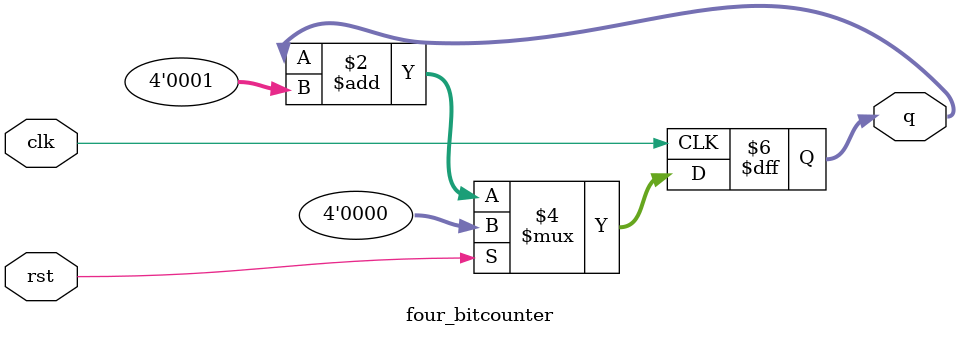
<source format=v>
module four_bitcounter(clk,rst,q);
	input clk,rst;
	output reg[3:0]q;

always@(posedge clk)
	begin
		if(rst)
			q <= 0;
		else
			q <= q+4'b1;
	end
endmodule


</source>
